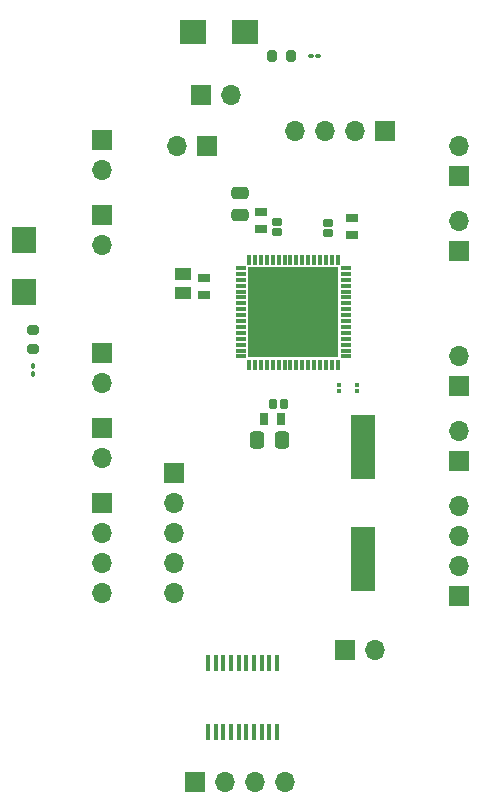
<source format=gbr>
%TF.GenerationSoftware,KiCad,Pcbnew,7.0.9*%
%TF.CreationDate,2024-01-11T15:45:20-05:00*%
%TF.ProjectId,AD7779_breakout,41443737-3739-45f6-9272-65616b6f7574,rev?*%
%TF.SameCoordinates,Original*%
%TF.FileFunction,Soldermask,Top*%
%TF.FilePolarity,Negative*%
%FSLAX46Y46*%
G04 Gerber Fmt 4.6, Leading zero omitted, Abs format (unit mm)*
G04 Created by KiCad (PCBNEW 7.0.9) date 2024-01-11 15:45:20*
%MOMM*%
%LPD*%
G01*
G04 APERTURE LIST*
G04 Aperture macros list*
%AMRoundRect*
0 Rectangle with rounded corners*
0 $1 Rounding radius*
0 $2 $3 $4 $5 $6 $7 $8 $9 X,Y pos of 4 corners*
0 Add a 4 corners polygon primitive as box body*
4,1,4,$2,$3,$4,$5,$6,$7,$8,$9,$2,$3,0*
0 Add four circle primitives for the rounded corners*
1,1,$1+$1,$2,$3*
1,1,$1+$1,$4,$5*
1,1,$1+$1,$6,$7*
1,1,$1+$1,$8,$9*
0 Add four rect primitives between the rounded corners*
20,1,$1+$1,$2,$3,$4,$5,0*
20,1,$1+$1,$4,$5,$6,$7,0*
20,1,$1+$1,$6,$7,$8,$9,0*
20,1,$1+$1,$8,$9,$2,$3,0*%
G04 Aperture macros list end*
%ADD10RoundRect,0.200000X0.275000X-0.200000X0.275000X0.200000X-0.275000X0.200000X-0.275000X-0.200000X0*%
%ADD11RoundRect,0.250000X0.337500X0.475000X-0.337500X0.475000X-0.337500X-0.475000X0.337500X-0.475000X0*%
%ADD12RoundRect,0.200000X0.200000X0.275000X-0.200000X0.275000X-0.200000X-0.275000X0.200000X-0.275000X0*%
%ADD13RoundRect,0.250000X-0.475000X0.250000X-0.475000X-0.250000X0.475000X-0.250000X0.475000X0.250000X0*%
%ADD14R,0.980000X0.780000*%
%ADD15RoundRect,0.177600X-0.224400X-0.194400X0.224400X-0.194400X0.224400X0.194400X-0.224400X0.194400X0*%
%ADD16R,0.780000X0.980000*%
%ADD17RoundRect,0.177600X-0.194400X0.224400X-0.194400X-0.224400X0.194400X-0.224400X0.194400X0.224400X0*%
%ADD18R,1.470000X1.020000*%
%ADD19RoundRect,0.100000X0.100000X-0.130000X0.100000X0.130000X-0.100000X0.130000X-0.100000X-0.130000X0*%
%ADD20RoundRect,0.100000X0.130000X0.100000X-0.130000X0.100000X-0.130000X-0.100000X0.130000X-0.100000X0*%
%ADD21R,1.700000X1.700000*%
%ADD22O,1.700000X1.700000*%
%ADD23R,2.250000X2.050000*%
%ADD24R,0.850000X0.300000*%
%ADD25R,0.300000X0.850000*%
%ADD26R,7.700000X7.700000*%
%ADD27R,2.000000X5.500000*%
%ADD28RoundRect,0.075000X0.075000X-0.125000X0.075000X0.125000X-0.075000X0.125000X-0.075000X-0.125000X0*%
%ADD29R,0.450000X1.475000*%
%ADD30R,2.050000X2.250000*%
G04 APERTURE END LIST*
D10*
%TO.C,R1*%
X136144000Y-109192000D03*
X136144000Y-107542000D03*
%TD*%
D11*
%TO.C,C10*%
X157247500Y-116840000D03*
X155172500Y-116840000D03*
%TD*%
D12*
%TO.C,R2*%
X158051000Y-84328000D03*
X156401000Y-84328000D03*
%TD*%
D13*
%TO.C,C13*%
X153670000Y-95951000D03*
X153670000Y-97851000D03*
%TD*%
D14*
%TO.C,C3*%
X150622000Y-103186000D03*
X150622000Y-104586000D03*
%TD*%
%TO.C,C4*%
X155448000Y-98998000D03*
X155448000Y-97598000D03*
%TD*%
%TO.C,C5*%
X163195000Y-98106000D03*
X163195000Y-99506000D03*
%TD*%
D15*
%TO.C,C7*%
X161163000Y-98503000D03*
X161163000Y-99363000D03*
%TD*%
%TO.C,C8*%
X156845000Y-98425000D03*
X156845000Y-99285000D03*
%TD*%
D16*
%TO.C,C9*%
X157164000Y-115062000D03*
X155764000Y-115062000D03*
%TD*%
D17*
%TO.C,C11*%
X157402000Y-113792000D03*
X156542000Y-113792000D03*
%TD*%
D18*
%TO.C,C12*%
X148844000Y-102822000D03*
X148844000Y-104442000D03*
%TD*%
D19*
%TO.C,D3*%
X136144000Y-111257000D03*
X136144000Y-110617000D03*
%TD*%
D20*
%TO.C,D4*%
X160340000Y-84328000D03*
X159700000Y-84328000D03*
%TD*%
D21*
%TO.C,J12*%
X148082000Y-119634000D03*
D22*
X148082000Y-122174000D03*
X148082000Y-124714000D03*
X148082000Y-127254000D03*
X148082000Y-129794000D03*
%TD*%
D21*
%TO.C,J4*%
X141986000Y-109474000D03*
D22*
X141986000Y-112014000D03*
%TD*%
D21*
%TO.C,J13*%
X165989000Y-90678000D03*
D22*
X163449000Y-90678000D03*
X160909000Y-90678000D03*
X158369000Y-90678000D03*
%TD*%
D21*
%TO.C,J10*%
X150368000Y-87630000D03*
D22*
X152908000Y-87630000D03*
%TD*%
D21*
%TO.C,J8*%
X172212000Y-112268000D03*
D22*
X172212000Y-109728000D03*
%TD*%
D21*
%TO.C,J18*%
X149860000Y-145796000D03*
D22*
X152400000Y-145796000D03*
X154940000Y-145796000D03*
X157480000Y-145796000D03*
%TD*%
D23*
%TO.C,D1*%
X154092000Y-82296000D03*
X149692000Y-82296000D03*
%TD*%
D24*
%TO.C,IC1*%
X153780000Y-102300000D03*
X153780000Y-102800000D03*
X153780000Y-103300000D03*
X153780000Y-103800000D03*
X153780000Y-104300000D03*
X153780000Y-104800000D03*
X153780000Y-105300000D03*
X153780000Y-105800000D03*
X153780000Y-106300000D03*
X153780000Y-106800000D03*
X153780000Y-107300000D03*
X153780000Y-107800000D03*
X153780000Y-108300000D03*
X153780000Y-108800000D03*
X153780000Y-109300000D03*
X153780000Y-109800000D03*
D25*
X154480000Y-110500000D03*
X154980000Y-110500000D03*
X155480000Y-110500000D03*
X155980000Y-110500000D03*
X156480000Y-110500000D03*
X156980000Y-110500000D03*
X157480000Y-110500000D03*
X157980000Y-110500000D03*
X158480000Y-110500000D03*
X158980000Y-110500000D03*
X159480000Y-110500000D03*
X159980000Y-110500000D03*
X160480000Y-110500000D03*
X160980000Y-110500000D03*
X161480000Y-110500000D03*
X161980000Y-110500000D03*
D24*
X162680000Y-109800000D03*
X162680000Y-109300000D03*
X162680000Y-108800000D03*
X162680000Y-108300000D03*
X162680000Y-107800000D03*
X162680000Y-107300000D03*
X162680000Y-106800000D03*
X162680000Y-106300000D03*
X162680000Y-105800000D03*
X162680000Y-105300000D03*
X162680000Y-104800000D03*
X162680000Y-104300000D03*
X162680000Y-103800000D03*
X162680000Y-103300000D03*
X162680000Y-102800000D03*
X162680000Y-102300000D03*
D25*
X161980000Y-101600000D03*
X161480000Y-101600000D03*
X160980000Y-101600000D03*
X160480000Y-101600000D03*
X159980000Y-101600000D03*
X159480000Y-101600000D03*
X158980000Y-101600000D03*
X158480000Y-101600000D03*
X157980000Y-101600000D03*
X157480000Y-101600000D03*
X156980000Y-101600000D03*
X156480000Y-101600000D03*
X155980000Y-101600000D03*
X155480000Y-101600000D03*
X154980000Y-101600000D03*
X154480000Y-101600000D03*
D26*
X158230000Y-106050000D03*
%TD*%
D21*
%TO.C,J15*%
X172212000Y-130048000D03*
D22*
X172212000Y-127508000D03*
X172212000Y-124968000D03*
X172212000Y-122428000D03*
%TD*%
D21*
%TO.C,J5*%
X141986000Y-115824000D03*
D22*
X141986000Y-118364000D03*
%TD*%
D27*
%TO.C,Y1*%
X164084000Y-117424000D03*
X164084000Y-126924000D03*
%TD*%
D21*
%TO.C,J7*%
X172212000Y-100838000D03*
D22*
X172212000Y-98298000D03*
%TD*%
D21*
%TO.C,J19*%
X162560000Y-134620000D03*
D22*
X165100000Y-134620000D03*
%TD*%
D21*
%TO.C,J6*%
X172212000Y-94488000D03*
D22*
X172212000Y-91948000D03*
%TD*%
D21*
%TO.C,J11*%
X141986000Y-122174000D03*
D22*
X141986000Y-124714000D03*
X141986000Y-127254000D03*
X141986000Y-129794000D03*
%TD*%
D21*
%TO.C,J3*%
X141986000Y-97790000D03*
D22*
X141986000Y-100330000D03*
%TD*%
D28*
%TO.C,C1*%
X162052000Y-112710000D03*
X162052000Y-112210000D03*
%TD*%
D21*
%TO.C,J9*%
X172212000Y-118618000D03*
D22*
X172212000Y-116078000D03*
%TD*%
D21*
%TO.C,J2*%
X141986000Y-91435000D03*
D22*
X141986000Y-93975000D03*
%TD*%
D29*
%TO.C,IC2*%
X156849000Y-141622000D03*
X156199000Y-141622000D03*
X155549000Y-141622000D03*
X154899000Y-141622000D03*
X154249000Y-141622000D03*
X153599000Y-141622000D03*
X152949000Y-141622000D03*
X152299000Y-141622000D03*
X151649000Y-141622000D03*
X150999000Y-141622000D03*
X150999000Y-135746000D03*
X151649000Y-135746000D03*
X152299000Y-135746000D03*
X152949000Y-135746000D03*
X153599000Y-135746000D03*
X154249000Y-135746000D03*
X154899000Y-135746000D03*
X155549000Y-135746000D03*
X156199000Y-135746000D03*
X156849000Y-135746000D03*
%TD*%
D21*
%TO.C,J1*%
X150881000Y-91948000D03*
D22*
X148341000Y-91948000D03*
%TD*%
D28*
%TO.C,C2*%
X163576000Y-112710000D03*
X163576000Y-112210000D03*
%TD*%
D30*
%TO.C,D2*%
X135382000Y-99908000D03*
X135382000Y-104308000D03*
%TD*%
M02*

</source>
